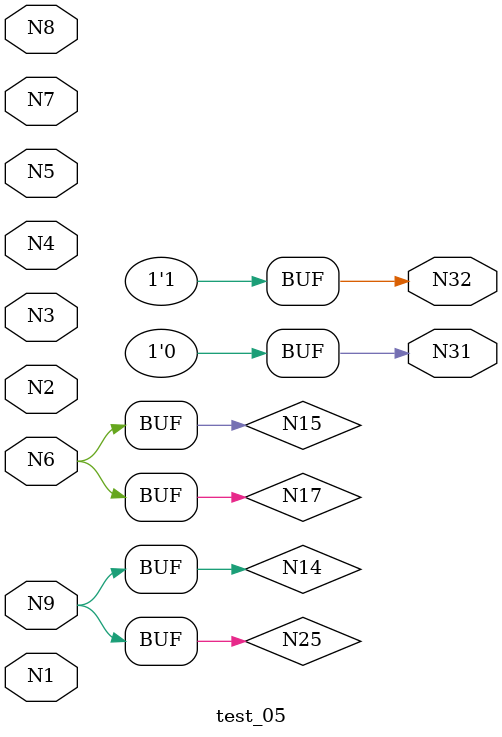
<source format=v>
/* Generated by Yosys 0.9+4272 (git sha1 10f8b75d, gcc 5.5.0-12ubuntu1~16.04 -fPIC -Os) */

(* top =  1  *)
(* src = "./verilog/test_05.v:1.1-61.10" *)
module test_05(N1, N2, N3, N4, N5, N6, N7, N8, N9, N31, N32);
  wire _00_;
  wire _01_;
  wire _02_;
  wire _03_;
  wire _04_;
  wire _05_;
  wire _06_;
  wire _07_;
  wire _08_;
  wire _09_;
  wire _10_;
  wire _11_;
  wire _12_;
  wire _13_;
  wire _14_;
  wire _15_;
  wire _16_;
  wire _17_;
  wire _18_;
  wire _19_;
  wire _20_;
  wire _21_;
  wire _22_;
  wire _23_;
  (* src = "./verilog/test_05.v:3.7-3.9" *)
  wire _24_;
  (* src = "./verilog/test_05.v:4.7-4.9" *)
  wire _25_;
  (* src = "./verilog/test_05.v:5.7-5.9" *)
  wire _26_;
  (* src = "./verilog/test_05.v:13.8-13.11" *)
  wire _27_;
  (* src = "./verilog/test_05.v:14.8-14.11" *)
  wire _28_;
  (* src = "./verilog/test_05.v:6.7-6.9" *)
  wire _29_;
  (* src = "./verilog/test_05.v:7.7-7.9" *)
  wire _30_;
  (* src = "./verilog/test_05.v:8.7-8.9" *)
  wire _31_;
  (* src = "./verilog/test_05.v:9.7-9.9" *)
  wire _32_;
  (* src = "./verilog/test_05.v:10.7-10.9" *)
  wire _33_;
  (* src = "./verilog/test_05.v:11.7-11.9" *)
  wire _34_;
  (* src = "./verilog/test_05.v:3.7-3.9" *)
  input N1;
  (* src = "./verilog/test_05.v:20.6-20.9" *)
  wire N14;
  (* src = "./verilog/test_05.v:21.6-21.9" *)
  wire N15;
  (* src = "./verilog/test_05.v:23.6-23.9" *)
  wire N17;
  (* src = "./verilog/test_05.v:4.7-4.9" *)
  input N2;
  (* src = "./verilog/test_05.v:31.6-31.9" *)
  wire N25;
  (* src = "./verilog/test_05.v:5.7-5.9" *)
  input N3;
  (* src = "./verilog/test_05.v:13.8-13.11" *)
  output N31;
  (* src = "./verilog/test_05.v:14.8-14.11" *)
  output N32;
  (* src = "./verilog/test_05.v:6.7-6.9" *)
  input N4;
  (* src = "./verilog/test_05.v:7.7-7.9" *)
  input N5;
  (* src = "./verilog/test_05.v:8.7-8.9" *)
  input N6;
  (* src = "./verilog/test_05.v:9.7-9.9" *)
  input N7;
  (* src = "./verilog/test_05.v:10.7-10.9" *)
  input N8;
  (* src = "./verilog/test_05.v:11.7-11.9" *)
  input N9;
  assign N14 = N9;
  assign N15 = N6;
  assign N17 = N6;
  assign N25 = N9;
  assign _28_ = 1'h1;
  assign _27_ = 1'h0;
  assign _31_ = N6;
  assign _32_ = N7;
  assign _24_ = N1;
  assign _25_ = N2;
  assign _29_ = N4;
  assign _26_ = N3;
  assign _34_ = N9;
  assign _30_ = N5;
  assign N31 = _27_;
  assign _33_ = N8;
  assign N32 = _28_;
endmodule

</source>
